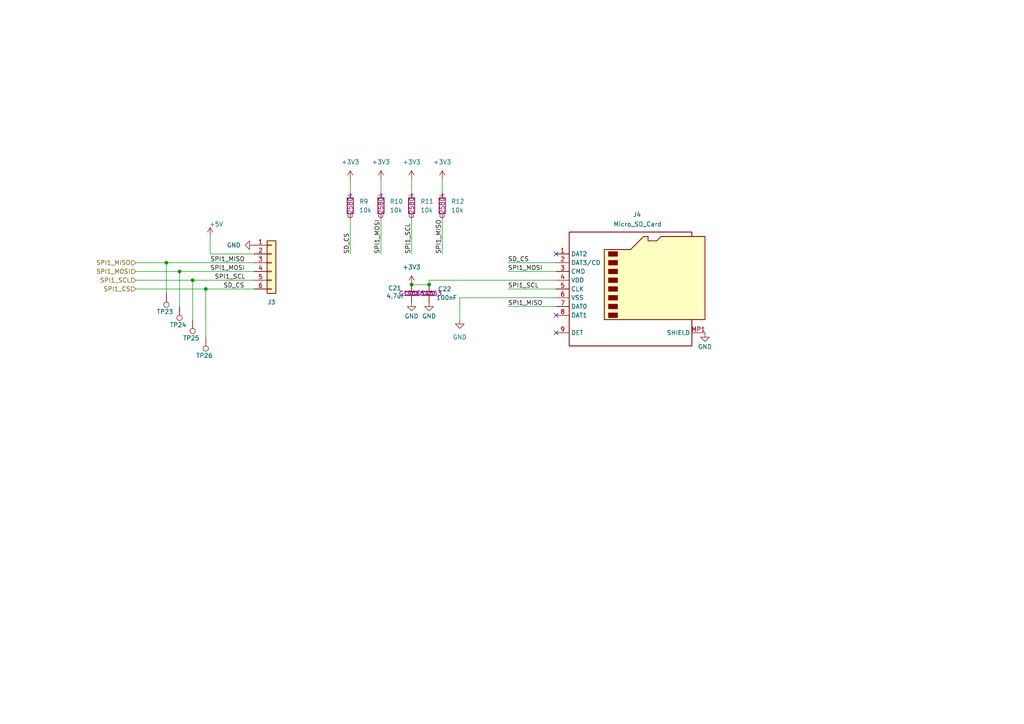
<source format=kicad_sch>
(kicad_sch (version 20250114) (generator "eeschema") (generator_version "9.0")
  (paper "A4")
  (lib_symbols
    (symbol "Connector:Micro_SD_Card_Det1"
      (property "Reference" "J4" (at 0.635 21.59 0))
      (property "Value" "Micro_SD_Card_Det1" (at 0.635 19.05 0))
      (symbol "Micro_SD_Card_Det1_0_1"
        (polyline (pts (xy -8.89 -8.89) (xy -8.89 11.43) (xy -1.27 11.43) (xy 2.54 15.24) (xy 3.81 15.24) (xy 3.81 13.97) (xy 6.35 13.97) (xy 7.62 15.24) (xy 20.32 15.24) (xy 20.32 -8.89) (xy -8.89 -8.89)) (stroke (width 0.254)) (fill (type background)))
        (rectangle (start -7.62 10.795) (end -5.08 9.525) (stroke (width 0.254)) (fill (type outline)))
        (rectangle (start -7.62 8.255) (end -5.08 6.985) (stroke (width 0.254)) (fill (type outline)))
        (rectangle (start -7.62 5.715) (end -5.08 4.445) (stroke (width 0.254)) (fill (type outline)))
        (rectangle (start -7.62 3.175) (end -5.08 1.905) (stroke (width 0.254)) (fill (type outline)))
        (rectangle (start -7.62 0.635) (end -5.08 -0.635) (stroke (width 0.254)) (fill (type outline)))
        (rectangle (start -7.62 -1.905) (end -5.08 -3.175) (stroke (width 0.254)) (fill (type outline)))
        (rectangle (start -7.62 -4.445) (end -5.08 -5.715) (stroke (width 0.254)) (fill (type outline)))
        (rectangle (start -7.62 -6.985) (end -5.08 -8.255) (stroke (width 0.254)) (fill (type outline)))
        (polyline (pts (xy 16.51 15.24) (xy 16.51 16.51) (xy -19.05 16.51) (xy -19.05 -16.51) (xy 16.51 -16.51) (xy 16.51 -8.89)) (stroke (width 0.254)))
      )
      (symbol "Micro_SD_Card_Det1_1_1"
        (pin bidirectional line (at -22.86 10.16 0) (length 3.81) (name "DAT2") (number "1"))
        (pin bidirectional line (at -22.86 7.62 0) (length 3.81) (name "DAT3/CD") (number "2"))
        (pin input line (at -22.86 5.08 0) (length 3.81) (name "CMD") (number "3"))
        (pin power_in line (at -22.86 2.54 0) (length 3.81) (name "VDD") (number "4"))
        (pin input line (at -22.86 0 0) (length 3.81) (name "CLK") (number "5"))
        (pin power_in line (at -22.86 -2.54 0) (length 3.81) (name "VSS") (number "6"))
        (pin bidirectional line (at -22.86 -5.08 0) (length 3.81) (name "DAT0") (number "7"))
        (pin bidirectional line (at -22.86 -7.62 0) (length 3.81) (name "DAT1") (number "8"))
        (pin passive line (at -22.86 -12.7 0) (length 3.81) (name "DET") (number "9"))
        (pin passive line (at 20.32 -12.7 180) (length 3.81) (name "SHIELD") (number "MP1"))
        (pin passive line (at 20.32 -12.7 180) (length 3.81) (hide yes) (name "SHIELD") (number "MP2"))
        (pin passive line (at 20.32 -12.7 180) (length 3.81) (hide yes) (name "SHIELD") (number "MP3"))
        (pin passive line (at 20.32 -12.7 180) (length 3.81) (hide yes) (name "SHIELD") (number "MP4"))
      )
    )
    (symbol "Connector:TestPoint" (pin_numbers (hide yes)) (pin_names (offset 0.762) (hide yes))
      (property "Reference" "TP" (at 0 6.858 0))
      (property "Value" "TestPoint" (at 0 5.08 0))
      (symbol "TestPoint_0_1"
        (circle (center 0 3.302) (radius 0.762))
      )
      (symbol "TestPoint_1_1"
        (pin passive line (at 0 0 90) (length 2.54) (name "1") (number "1"))
      )
    )
    (symbol "Device:C_Small" (pin_numbers (hide yes)) (pin_names (offset 0.254) (hide yes))
      (property "Reference" "C" (at 0.254 1.778 0))
      (property "Value" "C_Small" (at 0.254 -2.032 0))
      (symbol "C_Small_0_1"
        (polyline (pts (xy -1.524 0.508) (xy 1.524 0.508)) (stroke (width 0.3048)))
        (polyline (pts (xy -1.524 -0.508) (xy 1.524 -0.508)) (stroke (width 0.3302)))
      )
      (symbol "C_Small_1_1"
        (pin passive line (at 0 2.54 270) (length 2.032) (name "~") (number "1"))
        (pin passive line (at 0 -2.54 90) (length 2.032) (name "~") (number "2"))
      )
    )
    (symbol "PCM_4ms_Connector:Conn_01x06" (pin_names (offset 1.016) (hide yes))
      (property "Reference" "J" (at 0 7.62 0))
      (property "Value" "Conn_01x06" (at 0 -10.16 0))
      (symbol "Conn_01x06_1_1"
        (rectangle (start -1.27 6.35) (end 1.27 -8.89) (stroke (width 0.254)) (fill (type background)))
        (rectangle (start -1.27 5.207) (end 0 4.953) (stroke (width 0.1524)))
        (rectangle (start -1.27 2.667) (end 0 2.413) (stroke (width 0.1524)))
        (rectangle (start -1.27 0.127) (end 0 -0.127) (stroke (width 0.1524)))
        (rectangle (start -1.27 -2.413) (end 0 -2.667) (stroke (width 0.1524)))
        (rectangle (start -1.27 -4.953) (end 0 -5.207) (stroke (width 0.1524)))
        (rectangle (start -1.27 -7.493) (end 0 -7.747) (stroke (width 0.1524)))
        (pin passive line (at -5.08 5.08 0) (length 3.81) (name "Pin_1") (number "1"))
        (pin passive line (at -5.08 2.54 0) (length 3.81) (name "Pin_2") (number "2"))
        (pin passive line (at -5.08 0 0) (length 3.81) (name "Pin_3") (number "3"))
        (pin passive line (at -5.08 -2.54 0) (length 3.81) (name "Pin_4") (number "4"))
        (pin passive line (at -5.08 -5.08 0) (length 3.81) (name "Pin_5") (number "5"))
        (pin passive line (at -5.08 -7.62 0) (length 3.81) (name "Pin_6") (number "6"))
      )
    )
    (symbol "PCM_SL_Resistors:Resistor"
      (property "Reference" "R" (at 0 5.08 0))
      (property "Value" "Resistor" (at 0 2.54 0))
      (symbol "Resistor_0_1"
        (rectangle (start -2.286 0.889) (end 2.286 -0.889) (stroke (width 0.24)))
      )
      (symbol "Resistor_1_1"
        (pin passive line (at -3.81 0 0) (length 1.5) (name "") (number "1"))
        (pin passive line (at 3.81 0 180) (length 1.5) (name "~") (number "2"))
      )
    )
    (symbol "power:+3V3" (power) (pin_numbers (hide yes)) (pin_names (offset 0) (hide yes))
      (property "Value" "+3V3" (at 0 3.556 0))
      (symbol "+3V3_0_1"
        (polyline (pts (xy -0.762 1.27) (xy 0 2.54)))
        (polyline (pts (xy 0 2.54) (xy 0.762 1.27)))
        (polyline (pts (xy 0 0) (xy 0 2.54)))
      )
      (symbol "+3V3_1_1"
        (pin power_in line (at 0 0 90) (length 0) (name "~") (number "1"))
      )
    )
    (symbol "power:+5V" (power) (pin_numbers (hide yes)) (pin_names (offset 0) (hide yes))
      (property "Value" "+5V" (at 0 3.556 0))
      (symbol "+5V_0_1"
        (polyline (pts (xy -0.762 1.27) (xy 0 2.54)))
        (polyline (pts (xy 0 2.54) (xy 0.762 1.27)))
        (polyline (pts (xy 0 0) (xy 0 2.54)))
      )
      (symbol "+5V_1_1"
        (pin power_in line (at 0 0 90) (length 0) (name "~") (number "1"))
      )
    )
    (symbol "power:GND" (power) (pin_numbers (hide yes)) (pin_names (offset 0) (hide yes))
      (property "Value" "GND" (at 0 -3.81 0))
      (symbol "GND_0_1"
        (polyline (pts (xy 0 0) (xy 0 -1.27) (xy 1.27 -1.27) (xy 0 -2.54) (xy -1.27 -1.27) (xy 0 -1.27)))
      )
      (symbol "GND_1_1"
        (pin power_in line (at 0 0 270) (length 0) (name "~") (number "1"))
      )
    )
  )
  (junction (at 59.69 83.82))
  (junction (at 124.46 82.55))
  (junction (at 119.38 82.55))
  (junction (at 52.07 78.74))
  (junction (at 48.26 76.2))
  (junction (at 55.88 81.28))
  (no_connect (at 161.29 96.52))
  (no_connect (at 161.29 91.44))
  (no_connect (at 161.29 73.66))
  (wire (pts (xy 39.37 78.74) (xy 52.07 78.74)))
  (wire (pts (xy 110.49 63.5) (xy 110.49 73.66)))
  (wire (pts (xy 52.07 88.9) (xy 52.07 78.74)))
  (wire (pts (xy 161.29 81.28) (xy 124.46 81.28)))
  (wire (pts (xy 39.37 83.82) (xy 59.69 83.82)))
  (wire (pts (xy 48.26 85.09) (xy 48.26 76.2)))
  (wire (pts (xy 124.46 81.28) (xy 124.46 82.55)))
  (wire (pts (xy 52.07 78.74) (xy 73.66 78.74)))
  (wire (pts (xy 101.6 73.66) (xy 101.6 63.5)))
  (wire (pts (xy 60.96 73.66) (xy 73.66 73.66)))
  (wire (pts (xy 133.35 86.36) (xy 161.29 86.36)))
  (wire (pts (xy 39.37 76.2) (xy 48.26 76.2)))
  (wire (pts (xy 39.37 81.28) (xy 55.88 81.28)))
  (wire (pts (xy 110.49 52.07) (xy 110.49 55.88)))
  (wire (pts (xy 55.88 81.28) (xy 55.88 92.71)))
  (wire (pts (xy 133.35 92.71) (xy 133.35 86.36)))
  (wire (pts (xy 60.96 68.58) (xy 60.96 73.66)))
  (wire (pts (xy 101.6 52.07) (xy 101.6 55.88)))
  (wire (pts (xy 147.32 76.2) (xy 161.29 76.2)))
  (wire (pts (xy 128.27 73.66) (xy 128.27 63.5)))
  (wire (pts (xy 59.69 97.79) (xy 59.69 83.82)))
  (wire (pts (xy 119.38 82.55) (xy 124.46 82.55)))
  (wire (pts (xy 128.27 52.07) (xy 128.27 55.88)))
  (wire (pts (xy 48.26 76.2) (xy 73.66 76.2)))
  (wire (pts (xy 147.32 83.82) (xy 161.29 83.82)))
  (wire (pts (xy 119.38 52.07) (xy 119.38 55.88)))
  (wire (pts (xy 119.38 63.5) (xy 119.38 73.66)))
  (wire (pts (xy 55.88 81.28) (xy 73.66 81.28)))
  (wire (pts (xy 147.32 78.74) (xy 161.29 78.74)))
  (wire (pts (xy 59.69 83.82) (xy 73.66 83.82)))
  (wire (pts (xy 147.32 88.9) (xy 161.29 88.9)))
  (label "SPI1_MISO" (at 147.32 88.9 0))
  (label "SPI1_MISO" (at 128.27 73.66 90))
  (label "SPI1_MOSI" (at 60.96 78.74 0))
  (label "SD_CS" (at 147.32 76.2 0))
  (label "SPI1_MISO" (at 60.96 76.2 0))
  (label "SPI1_MOSI" (at 110.49 73.66 90))
  (label "SD_CS" (at 64.77 83.82 0))
  (label "SPI1_SCL" (at 147.32 83.82 0))
  (label "SD_CS" (at 101.6 73.66 90))
  (label "SPI1_SCL" (at 62.23 81.28 0))
  (label "SPI1_MOSI" (at 147.32 78.74 0))
  (label "SPI1_SCL" (at 119.38 73.66 90))
  (hierarchical_label "SPI1_SCL" (shape input) (at 39.37 81.28 180))
  (hierarchical_label "SPI1_MISO" (shape input) (at 39.37 76.2 180))
  (hierarchical_label "SPI1_CS" (shape input) (at 39.37 83.82 180))
  (hierarchical_label "SPI1_MOSI" (shape input) (at 39.37 78.74 180))
  (symbol (lib_id "Connector:TestPoint") (at 48.26 85.09 180) (unit 1)
    (property "Reference" "TP23" (at 50.292 90.424 0) (effects (justify left)))
    (property "Value" "TestPoint" (effects (hide yes)))
    (property "Footprint" "TestPoint:TestPoint_Pad_D2.0mm" (effects (hide yes)))
    (property "Description" "test point" (effects (hide yes)))
  )
  (symbol (lib_id "power:GND") (at 73.66 71.12 270) (unit 1)
    (property "Reference" "#PWR079" (effects (hide yes)))
    (property "Value" "GND" (at 69.85 71.1199 90) (effects (justify right)))
    (property "Description" "Power symbol creates a global label with name \"GND\" , ground" (effects (hide yes)))
  )
  (symbol (lib_id "Connector:Micro_SD_Card_Det1") (at 184.15 83.82 0) (unit 1)
    (property "Reference" "J4" (at 184.785 62.23 0))
    (property "Value" "Micro_SD_Card" (at 184.912 65.024 0))
    (property "Footprint" "footprint_lib:MCSPQ08ASGTR" (effects (hide yes)))
    (property "Datasheet" "https://www.tme.eu/pl/details/mcsp-q-08-a-sg/zlacza-do-kart/adam-tech/mcsp-q-08-a-sg-t-r/" (effects (hide yes)))
    (property "Description" "MCSP-Q-08-A-SG-T/R" (effects (hide yes)))
  )
  (symbol (lib_id "PCM_SL_Resistors:Resistor") (at 110.49 59.69 90) (unit 1)
    (property "Reference" "R10" (at 113.03 58.4199 90) (effects (justify right)))
    (property "Value" "10k" (at 113.03 60.9599 90) (effects (justify right)))
    (property "Footprint" "Resistor_SMD:R_0603_1608Metric_Pad0.98x0.95mm_HandSolder" (effects (hide yes)))
    (property "Description" "1/4W Resistor" (effects (hide yes)))
    (property "LCSC" "C25804" (at 110.49 59.69 0))
  )
  (symbol (lib_id "PCM_SL_Resistors:Resistor") (at 119.38 59.69 90) (unit 1)
    (property "Reference" "R11" (at 121.92 58.4199 90) (effects (justify right)))
    (property "Value" "10k" (at 121.92 60.9599 90) (effects (justify right)))
    (property "Footprint" "Resistor_SMD:R_0603_1608Metric_Pad0.98x0.95mm_HandSolder" (effects (hide yes)))
    (property "Description" "1/4W Resistor" (effects (hide yes)))
    (property "LCSC" "C25804" (at 119.38 59.69 0))
  )
  (symbol (lib_id "Connector:TestPoint") (at 59.69 97.79 180) (unit 1)
    (property "Reference" "TP26" (at 61.722 103.124 0) (effects (justify left)))
    (property "Value" "TestPoint" (effects (hide yes)))
    (property "Footprint" "TestPoint:TestPoint_Pad_D2.0mm" (effects (hide yes)))
    (property "Description" "test point" (effects (hide yes)))
  )
  (symbol (lib_id "power:GND") (at 204.47 96.52 0) (unit 1)
    (property "Reference" "#PWR088" (effects (hide yes)))
    (property "Value" "GND" (at 206.502 100.584 0) (effects (justify right)))
    (property "Description" "Power symbol creates a global label with name \"GND\" , ground" (effects (hide yes)))
  )
  (symbol (lib_id "Device:C_Small") (at 124.46 85.09 0) (unit 1)
    (property "Reference" "C22" (at 127 83.8262 0) (effects (justify left)))
    (property "Value" "100nF" (at 126.492 86.36 0) (effects (justify left)))
    (property "Footprint" "Capacitor_SMD:C_0603_1608Metric_Pad1.08x0.95mm_HandSolder" (effects (hide yes)))
    (property "Description" "Unpolarized capacitor, small symbol" (effects (hide yes)))
    (property "LCSC" "C14663" (at 124.46 85.09 0))
  )
  (symbol (lib_id "power:+3V3") (at 110.49 52.07 0) (unit 1)
    (property "Reference" "#PWR081" (effects (hide yes)))
    (property "Value" "+3V3" (at 110.49 46.99 0))
    (property "Description" "Power symbol creates a global label with name \"+3V3\"" (effects (hide yes)))
  )
  (symbol (lib_id "PCM_SL_Resistors:Resistor") (at 101.6 59.69 90) (unit 1)
    (property "Reference" "R9" (at 104.14 58.4199 90) (effects (justify right)))
    (property "Value" "10k" (at 104.14 60.9599 90) (effects (justify right)))
    (property "Footprint" "Resistor_SMD:R_0603_1608Metric_Pad0.98x0.95mm_HandSolder" (effects (hide yes)))
    (property "Description" "1/4W Resistor" (effects (hide yes)))
    (property "LCSC" "C25804" (at 101.6 59.69 0))
  )
  (symbol (lib_id "power:+3V3") (at 128.27 52.07 0) (unit 1)
    (property "Reference" "#PWR083" (effects (hide yes)))
    (property "Value" "+3V3" (at 128.27 46.99 0))
    (property "Description" "Power symbol creates a global label with name \"+3V3\"" (effects (hide yes)))
  )
  (symbol (lib_id "power:GND") (at 124.46 87.63 0) (unit 1)
    (property "Reference" "#PWR087" (effects (hide yes)))
    (property "Value" "GND" (at 126.492 91.694 0) (effects (justify right)))
    (property "Description" "Power symbol creates a global label with name \"GND\" , ground" (effects (hide yes)))
  )
  (symbol (lib_id "Connector:TestPoint") (at 55.88 92.71 180) (unit 1)
    (property "Reference" "TP25" (at 57.912 98.044 0) (effects (justify left)))
    (property "Value" "TestPoint" (effects (hide yes)))
    (property "Footprint" "TestPoint:TestPoint_Pad_D2.0mm" (effects (hide yes)))
    (property "Description" "test point" (effects (hide yes)))
  )
  (symbol (lib_id "power:GND") (at 119.38 87.63 0) (unit 1)
    (property "Reference" "#PWR086" (effects (hide yes)))
    (property "Value" "GND" (at 121.412 91.694 0) (effects (justify right)))
    (property "Description" "Power symbol creates a global label with name \"GND\" , ground" (effects (hide yes)))
  )
  (symbol (lib_id "Device:C_Small") (at 119.38 85.09 0) (unit 1)
    (property "Reference" "C21" (at 112.522 83.566 0) (effects (justify left)))
    (property "Value" "4,7uF" (at 112.014 85.852 0) (effects (justify left)))
    (property "Footprint" "Capacitor_SMD:C_0603_1608Metric_Pad1.08x0.95mm_HandSolder" (effects (hide yes)))
    (property "Description" "Unpolarized capacitor, small symbol" (effects (hide yes)))
    (property "LCSC" "C19666" (at 119.38 85.09 0))
  )
  (symbol (lib_id "Connector:TestPoint") (at 52.07 88.9 180) (unit 1)
    (property "Reference" "TP24" (at 54.102 94.234 0) (effects (justify left)))
    (property "Value" "TestPoint" (effects (hide yes)))
    (property "Footprint" "TestPoint:TestPoint_Pad_D2.0mm" (effects (hide yes)))
    (property "Description" "test point" (effects (hide yes)))
  )
  (symbol (lib_id "power:+3V3") (at 119.38 82.55 0) (unit 1)
    (property "Reference" "#PWR0137" (effects (hide yes)))
    (property "Value" "+3V3" (at 119.38 77.47 0))
    (property "Description" "Power symbol creates a global label with name \"+3V3\"" (effects (hide yes)))
  )
  (symbol (lib_id "power:+5V") (at 60.96 68.58 0) (unit 1)
    (property "Reference" "#PWR078" (effects (hide yes)))
    (property "Value" "+5V" (at 62.738 65.024 0))
    (property "Description" "Power symbol creates a global label with name \"+5V\"" (effects (hide yes)))
  )
  (symbol (lib_id "power:+3V3") (at 119.38 52.07 0) (unit 1)
    (property "Reference" "#PWR082" (effects (hide yes)))
    (property "Value" "+3V3" (at 119.38 46.99 0))
    (property "Description" "Power symbol creates a global label with name \"+3V3\"" (effects (hide yes)))
  )
  (symbol (lib_id "PCM_4ms_Connector:Conn_01x06") (at 78.74 76.2 0) (unit 1)
    (property "Reference" "J3" (at 78.74 87.63 0))
    (property "Value" "SD Card SPI Module" (effects (hide yes)))
    (property "Footprint" "Connector_PinHeader_2.54mm:PinHeader_1x06_P2.54mm_Vertical" (effects (hide yes)))
    (property "Description" "HEADER 1x6 MALE PINS 0.100” 180deg" (effects (hide yes)))
    (property "Specifications" "HEADER 1x6 MALE PINS 0.100” 180deg" (effects (hide yes)))
    (property "Manufacturer" "TAD" (effects (hide yes)))
    (property "Part Number" "1-0601FBV0T" (effects (hide yes)))
  )
  (symbol (lib_id "power:GND") (at 133.35 92.71 0) (unit 1)
    (property "Reference" "#PWR084" (effects (hide yes)))
    (property "Value" "GND" (at 133.35 97.79 0))
    (property "Description" "Power symbol creates a global label with name \"GND\" , ground" (effects (hide yes)))
  )
  (symbol (lib_id "power:+3V3") (at 101.6 52.07 0) (unit 1)
    (property "Reference" "#PWR080" (effects (hide yes)))
    (property "Value" "+3V3" (at 101.6 46.99 0))
    (property "Description" "Power symbol creates a global label with name \"+3V3\"" (effects (hide yes)))
  )
  (symbol (lib_id "PCM_SL_Resistors:Resistor") (at 128.27 59.69 90) (unit 1)
    (property "Reference" "R12" (at 130.81 58.4199 90) (effects (justify right)))
    (property "Value" "10k" (at 130.81 60.9599 90) (effects (justify right)))
    (property "Footprint" "Resistor_SMD:R_0603_1608Metric_Pad0.98x0.95mm_HandSolder" (effects (hide yes)))
    (property "Description" "1/4W Resistor" (effects (hide yes)))
    (property "LCSC" "C25804" (at 128.27 59.69 0))
  )
)
</source>
